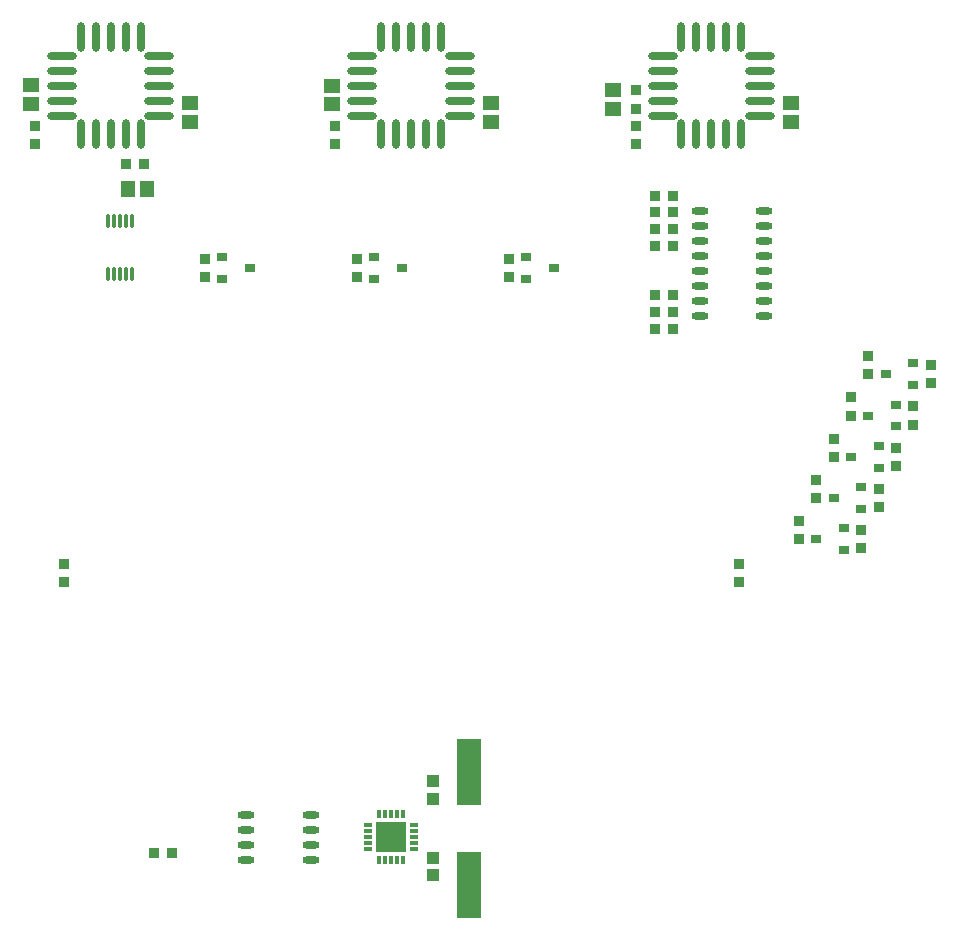
<source format=gbp>
G04*
G04 #@! TF.GenerationSoftware,Altium Limited,Altium Designer,18.1.11 (251)*
G04*
G04 Layer_Color=128*
%FSLAX25Y25*%
%MOIN*%
G70*
G01*
G75*
%ADD34R,0.03740X0.02559*%
%ADD35R,0.03543X0.03347*%
%ADD36R,0.03937X0.04134*%
%ADD37R,0.02874X0.01181*%
%ADD38R,0.01181X0.02874*%
%ADD39R,0.09843X0.09843*%
%ADD40R,0.08268X0.22047*%
%ADD41O,0.05709X0.02362*%
%ADD42R,0.03347X0.03543*%
%ADD43R,0.05709X0.05118*%
%ADD44O,0.01181X0.05315*%
%ADD45R,0.05118X0.05709*%
%ADD46O,0.09843X0.02559*%
%ADD47O,0.02559X0.09843*%
D34*
X155708Y248230D02*
D03*
X164960Y244628D02*
D03*
Y251832D02*
D03*
X149925Y234492D02*
D03*
X159177Y230889D02*
D03*
Y238094D02*
D03*
X144143Y220753D02*
D03*
X153395Y217151D02*
D03*
Y224356D02*
D03*
X138361Y207015D02*
D03*
X147613Y203412D02*
D03*
Y210617D02*
D03*
X132578Y193276D02*
D03*
X141830Y189674D02*
D03*
Y196879D02*
D03*
X45060Y283760D02*
D03*
X35808Y287362D02*
D03*
Y280157D02*
D03*
X-5570Y283759D02*
D03*
X-14822Y287362D02*
D03*
Y280157D02*
D03*
X-56200Y283760D02*
D03*
X-65452Y287362D02*
D03*
Y280157D02*
D03*
D35*
X149902Y248232D02*
D03*
Y254334D02*
D03*
X170768Y245180D02*
D03*
Y251283D02*
D03*
X144119Y234480D02*
D03*
Y240583D02*
D03*
X164985Y231453D02*
D03*
Y237556D02*
D03*
X138337Y220717D02*
D03*
Y226819D02*
D03*
X159203Y217684D02*
D03*
Y223786D02*
D03*
X132554Y207040D02*
D03*
Y213142D02*
D03*
X153420Y203988D02*
D03*
Y210091D02*
D03*
X147639Y190262D02*
D03*
Y196364D02*
D03*
X126772Y193277D02*
D03*
Y199379D02*
D03*
X-118110Y178839D02*
D03*
Y184941D02*
D03*
X106791Y178937D02*
D03*
Y185039D02*
D03*
X30020Y286811D02*
D03*
Y280709D02*
D03*
X-20609Y286810D02*
D03*
Y280708D02*
D03*
X-71239Y286811D02*
D03*
Y280708D02*
D03*
X-127854Y331102D02*
D03*
Y325000D02*
D03*
X-27735Y331062D02*
D03*
Y324960D02*
D03*
X72343Y342913D02*
D03*
Y336810D02*
D03*
X72343Y331102D02*
D03*
Y324999D02*
D03*
D36*
X4725Y87106D02*
D03*
Y81201D02*
D03*
X4725Y106594D02*
D03*
Y112500D02*
D03*
D37*
X-1417Y93897D02*
D03*
X-16890Y91929D02*
D03*
Y93897D02*
D03*
Y97834D02*
D03*
Y89960D02*
D03*
Y95866D02*
D03*
X-1417Y97834D02*
D03*
Y95866D02*
D03*
Y91929D02*
D03*
Y89960D02*
D03*
D38*
X-11122Y101634D02*
D03*
X-13091D02*
D03*
X-7185D02*
D03*
X-9154D02*
D03*
X-5217D02*
D03*
Y86161D02*
D03*
X-7185D02*
D03*
X-9154D02*
D03*
X-11122D02*
D03*
X-13091D02*
D03*
D39*
X-9154Y93897D02*
D03*
D40*
X16930Y78149D02*
D03*
Y115551D02*
D03*
D41*
X-35926Y101201D02*
D03*
Y96201D02*
D03*
Y91201D02*
D03*
Y86201D02*
D03*
X-57382Y101201D02*
D03*
Y96201D02*
D03*
Y91201D02*
D03*
Y86201D02*
D03*
X115121Y302796D02*
D03*
Y297796D02*
D03*
Y292796D02*
D03*
Y287796D02*
D03*
Y282796D02*
D03*
Y277796D02*
D03*
Y272796D02*
D03*
Y267796D02*
D03*
X93665Y302796D02*
D03*
Y297796D02*
D03*
Y292796D02*
D03*
Y287796D02*
D03*
Y282796D02*
D03*
Y277796D02*
D03*
Y272796D02*
D03*
Y267796D02*
D03*
D42*
X-82047Y88741D02*
D03*
X-88150D02*
D03*
X84862Y274567D02*
D03*
X78760D02*
D03*
X84862Y268956D02*
D03*
X78760D02*
D03*
X84862Y263346D02*
D03*
X78760D02*
D03*
X84862Y291141D02*
D03*
X78760D02*
D03*
X84862Y296653D02*
D03*
X78760D02*
D03*
X84862Y302165D02*
D03*
X78760D02*
D03*
X84862Y307677D02*
D03*
X78760D02*
D03*
X-91516Y318405D02*
D03*
X-97618D02*
D03*
D43*
X-129035Y344508D02*
D03*
Y338209D02*
D03*
X-76005Y332479D02*
D03*
Y338778D02*
D03*
X-28916Y344489D02*
D03*
Y338190D02*
D03*
X24074Y332440D02*
D03*
Y338739D02*
D03*
X64961Y342834D02*
D03*
Y336535D02*
D03*
X124153Y332479D02*
D03*
Y338778D02*
D03*
D44*
X-95650Y281693D02*
D03*
X-97618D02*
D03*
X-99587D02*
D03*
X-101555D02*
D03*
X-103524D02*
D03*
X-95650Y299212D02*
D03*
X-97618D02*
D03*
X-99587D02*
D03*
X-101555D02*
D03*
X-103524D02*
D03*
D45*
X-96752Y310138D02*
D03*
X-90452D02*
D03*
D46*
X-86378Y334488D02*
D03*
Y339488D02*
D03*
Y344488D02*
D03*
Y349488D02*
D03*
Y354488D02*
D03*
X-118858D02*
D03*
Y349488D02*
D03*
Y344488D02*
D03*
Y339488D02*
D03*
Y334488D02*
D03*
X13740Y334449D02*
D03*
Y339449D02*
D03*
Y344449D02*
D03*
Y349449D02*
D03*
Y354449D02*
D03*
X-18740D02*
D03*
Y349449D02*
D03*
Y344449D02*
D03*
Y339449D02*
D03*
Y334449D02*
D03*
X113819Y334488D02*
D03*
Y339488D02*
D03*
Y344488D02*
D03*
Y349488D02*
D03*
Y354488D02*
D03*
X81339D02*
D03*
Y349488D02*
D03*
Y344488D02*
D03*
Y339488D02*
D03*
Y334488D02*
D03*
D47*
X-92618Y360728D02*
D03*
X-97618D02*
D03*
X-102618D02*
D03*
X-107618D02*
D03*
X-112618D02*
D03*
Y328248D02*
D03*
X-107618D02*
D03*
X-102618D02*
D03*
X-97618D02*
D03*
X-92618D02*
D03*
X7500Y360689D02*
D03*
X2500D02*
D03*
X-2500D02*
D03*
X-7500D02*
D03*
X-12500D02*
D03*
Y328209D02*
D03*
X-7500D02*
D03*
X-2500D02*
D03*
X2500D02*
D03*
X7500D02*
D03*
X107579Y360728D02*
D03*
X102579D02*
D03*
X97579D02*
D03*
X92579D02*
D03*
X87579D02*
D03*
Y328248D02*
D03*
X92579D02*
D03*
X97579D02*
D03*
X102579D02*
D03*
X107579D02*
D03*
M02*

</source>
